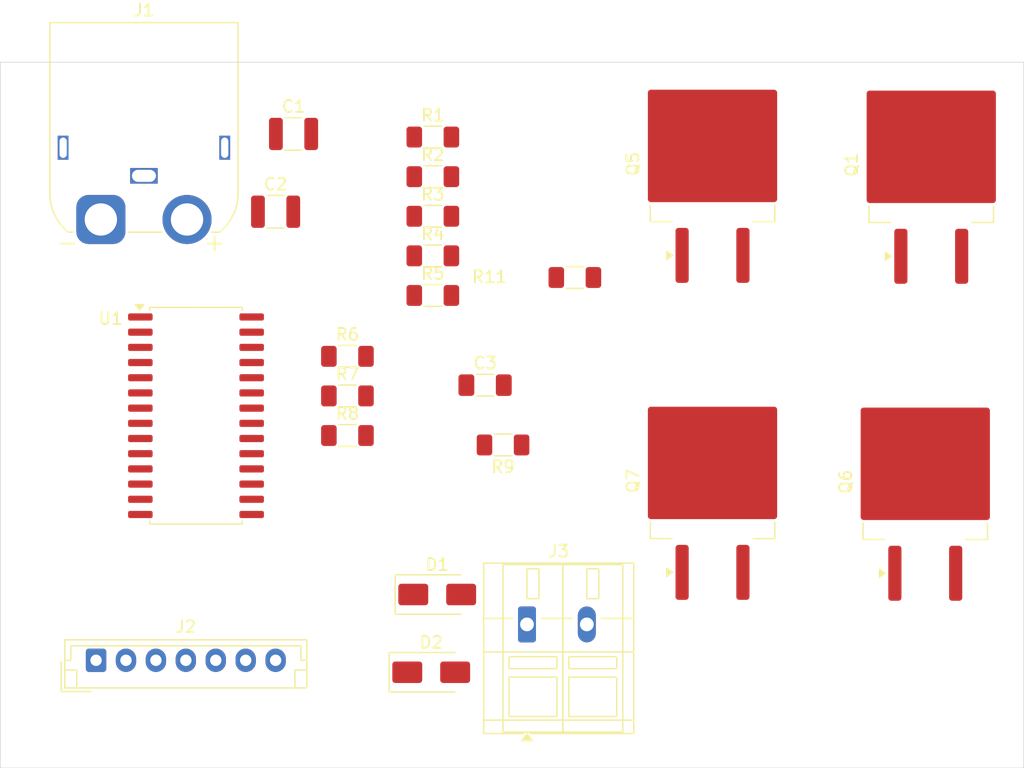
<source format=kicad_pcb>
(kicad_pcb (version 20241229) (generator "pcbnew") (generator_version "9.0")
  (layers (0 "F.Cu" signal) (2 "B.Cu" signal) (13 "F.Paste" user) (15 "B.Paste" user) (5 "F.SilkS" user "F.Silkscreen") (7 "B.SilkS" user "B.Silkscreen") (1 "F.Mask" user) (3 "B.Mask" user) (25 "Edge.Cuts" user))
  (net 0 "")
  (net 1 "/VB1")
  (net 2 "Net-(U1-VS1)")
  (net 3 "/VB2")
  (net 4 "Net-(U1-VS2)")
  (net 5 "GND")
  (net 6 "Net-(U1-RCIN)")
  (net 7 "Net-(D1-A)")
  (net 8 "Net-(D2-A)")
  (net 9 "MOTOR2")
  (net 10 "MOTOR1")
  (net 11 "Net-(U1-HO1)")
  (net 12 "HO1")
  (net 13 "Net-(U1-HO2)")
  (net 14 "HO2")
  (net 15 "Net-(U1-LO1)")
  (net 16 "LO1")
  (net 17 "Net-(U1-LO2)")
  (net 18 "LO2")
  (net 19 "+12V")
  (net 27 "LIN1")
  (net 29 "HIN2")
  (net 30 "HIN1")
  (net 31 "EN_Driver")
  (net 32 "LIN2")
  (net 33 "+48V")
  (footprint "Resistor_SMD:R_1206_3216Metric_Pad1.30x1.75mm_HandSolder" (layer "F.Cu") (at 147.5 75.09)
    (property "Reference" "R6" (at 0 -1.83 0) (layer "F.SilkS"))
    (property "Value" "5.1")
    (fp_line (start -0.727064 -0.91) (end 0.727064 -0.91) (stroke (width 0.12)) (layer "F.SilkS"))
    (fp_line (start -0.727064 0.91) (end 0.727064 0.91) (stroke (width 0.12)) (layer "F.SilkS"))
    (pad "1" smd roundrect (at -1.55 0) (size 1.3 1.75) (layers "F.Cu" "F.Mask" "F.Paste") (roundrect_rratio 0.192308) (net 19 "+12V"))
    (pad "2" smd roundrect (at 1.55 0) (size 1.3 1.75) (layers "F.Cu" "F.Mask" "F.Paste") (roundrect_rratio 0.192308) (net 8 "Net-(D2-A)"))
  )
  (footprint "Resistor_SMD:R_1206_3216Metric_Pad1.30x1.75mm_HandSolder" (layer "F.Cu") (at 154.635 66.69)
    (property "Reference" "R4" (at 0 -1.83 0) (layer "F.SilkS"))
    (property "Value" "10")
    (fp_line (start -0.727064 -0.91) (end 0.727064 -0.91) (stroke (width 0.12)) (layer "F.SilkS"))
    (fp_line (start -0.727064 0.91) (end 0.727064 0.91) (stroke (width 0.12)) (layer "F.SilkS"))
    (pad "1" smd roundrect (at -1.55 0) (size 1.3 1.75) (layers "F.Cu" "F.Mask" "F.Paste") (roundrect_rratio 0.192308) (net 18 "LO2"))
    (pad "2" smd roundrect (at 1.55 0) (size 1.3 1.75) (layers "F.Cu" "F.Mask" "F.Paste") (roundrect_rratio 0.192308) (net 17 "Net-(U1-LO2)"))
  )
  (footprint "Resistor_SMD:R_1206_3216Metric_Pad1.30x1.75mm_HandSolder" (layer "F.Cu") (at 160.5 82.5 180)
    (property "Reference" "R9" (at 0 -1.83 0) (layer "F.SilkS"))
    (property "Value" "1k")
    (fp_line (start -0.727064 0.91) (end 0.727064 0.91) (stroke (width 0.12)) (layer "F.SilkS"))
    (fp_line (start -0.727064 -0.91) (end 0.727064 -0.91) (stroke (width 0.12)) (layer "F.SilkS"))
    (pad "1" smd roundrect (at -1.55 0 180) (size 1.3 1.75) (layers "F.Cu" "F.Mask" "F.Paste") (roundrect_rratio 0.192308) (net 18 "LO2"))
    (pad "2" smd roundrect (at 1.55 0 180) (size 1.3 1.75) (layers "F.Cu" "F.Mask" "F.Paste") (roundrect_rratio 0.192308) (net 5 "GND"))
  )
  (footprint "Resistor_SMD:R_1206_3216Metric_Pad1.30x1.75mm_HandSolder" (layer "F.Cu") (at 154.635 56.76)
    (property "Reference" "R1" (at 0 -1.83 0) (layer "F.SilkS"))
    (property "Value" "10")
    (fp_line (start -0.727064 -0.91) (end 0.727064 -0.91) (stroke (width 0.12)) (layer "F.SilkS"))
    (fp_line (start -0.727064 0.91) (end 0.727064 0.91) (stroke (width 0.12)) (layer "F.SilkS"))
    (pad "1" smd roundrect (at -1.55 0) (size 1.3 1.75) (layers "F.Cu" "F.Mask" "F.Paste") (roundrect_rratio 0.192308) (net 12 "HO1"))
    (pad "2" smd roundrect (at 1.55 0) (size 1.3 1.75) (layers "F.Cu" "F.Mask" "F.Paste") (roundrect_rratio 0.192308) (net 11 "Net-(U1-HO1)"))
  )
  (footprint "TerminalBlock_WAGO:TerminalBlock_WAGO_236-102_1x02_P5.00mm_45Degree" (layer "F.Cu") (at 162.5 97.5)
    (property "Reference" "J3" (at 2.65 -6.12 0) (layer "F.SilkS"))
    (property "Value" "Conn_01x02_Pin")
    (fp_line (start -3.62 -5.12) (end 8.92 -5.12) (stroke (width 0.12)) (layer "F.SilkS"))
    (fp_line (start -3.62 -0.5) (end -1.23 -0.5) (stroke (width 0.12)) (layer "F.SilkS"))
    (fp_line (start -3.62 2.3) (end 8.92 2.3) (stroke (width 0.12)) (layer "F.SilkS"))
    (fp_line (start -3.62 8) (end 8.92 8) (stroke (width 0.12)) (layer "F.SilkS"))
    (fp_line (start -3.62 9.12) (end -3.62 -5.12) (stroke (width 0.12)) (layer "F.SilkS"))
    (fp_line (start -2 -5) (end 3 -5) (stroke (width 0.12)) (layer "F.SilkS"))
    (fp_line (start -2 9) (end -2 -5) (stroke (width 0.12)) (layer "F.SilkS"))
    (fp_line (start -1.5 2.7) (end 2.5 2.7) (stroke (width 0.12)) (layer "F.SilkS"))
    (fp_line (start -1.5 3.7) (end -1.5 2.7) (stroke (width 0.12)) (layer "F.SilkS"))
    (fp_line (start -1.5 4.4) (end 2.5 4.4) (stroke (width 0.12)) (layer "F.SilkS"))
    (fp_line (start -1.5 7.7) (end -1.5 4.4) (stroke (width 0.12)) (layer "F.SilkS"))
    (fp_line (start -0.3 9.12) (end -3.62 9.12) (stroke (width 0.12)) (layer "F.SilkS"))
    (fp_line (start 0 -4.65) (end 1 -4.65) (stroke (width 0.12)) (layer "F.SilkS"))
    (fp_line (start 0 -2.15) (end 0 -4.65) (stroke (width 0.12)) (layer "F.SilkS"))
    (fp_line (start 1 -4.65) (end 1 -2.15) (stroke (width 0.12)) (layer "F.SilkS"))
    (fp_line (start 1 -2.15) (end 0 -2.15) (stroke (width 0.12)) (layer "F.SilkS"))
    (fp_line (start 1.23 -0.5) (end 3.77 -0.5) (stroke (width 0.12)) (layer "F.SilkS"))
    (fp_line (start 2.5 2.7) (end 2.5 3.7) (stroke (width 0.12)) (layer "F.SilkS"))
    (fp_line (start 2.5 3.7) (end -1.5 3.7) (stroke (width 0.12)) (layer "F.SilkS"))
    (fp_line (start 2.5 4.4) (end 2.5 7.7) (stroke (width 0.12)) (layer "F.SilkS"))
    (fp_line (start 2.5 7.7) (end -1.5 7.7) (stroke (width 0.12)) (layer "F.SilkS"))
    (fp_line (start 3 -5) (end 3 9) (stroke (width 0.12)) (layer "F.SilkS"))
    (fp_line (start 3 -5) (end 8 -5) (stroke (width 0.12)) (layer "F.SilkS"))
    (fp_line (start 3 9) (end -2 9) (stroke (width 0.12)) (layer "F.SilkS"))
    (fp_line (start 3 9) (end 3 -5) (stroke (width 0.12)) (layer "F.SilkS"))
    (fp_line (start 3.5 2.7) (end 7.5 2.7) (stroke (width 0.12)) (layer "F.SilkS"))
    (fp_line (start 3.5 3.7) (end 3.5 2.7) (stroke (width 0.12)) (layer "F.SilkS"))
    (fp_line (start 3.5 4.4) (end 7.5 4.4) (stroke (width 0.12)) (layer "F.SilkS"))
    (fp_line (start 3.5 7.7) (end 3.5 4.4) (stroke (width 0.12)) (layer "F.SilkS"))
    (fp_line (start 5 -4.65) (end 6 -4.65) (stroke (width 0.12)) (layer "F.SilkS"))
    (fp_line (start 5 -2.15) (end 5 -4.65) (stroke (width 0.12)) (layer "F.SilkS"))
    (fp_line (start 6 -4.65) (end 6 -2.15) (stroke (width 0.12)) (layer "F.SilkS"))
    (fp_line (start 6 -2.15) (end 5 -2.15) (stroke (width 0.12)) (layer "F.SilkS"))
    (fp_line (start 6.23 -0.5) (end 8.92 -0.5) (stroke (width 0.12)) (layer "F.SilkS"))
    (fp_line (start 7.5 2.7) (end 7.5 3.7) (stroke (width 0.12)) (layer "F.SilkS"))
    (fp_line (start 7.5 3.7) (end 3.5 3.7) (stroke (width 0.12)) (layer "F.SilkS"))
    (fp_line (start 7.5 4.4) (end 7.5 7.7) (stroke (width 0.12)) (layer "F.SilkS"))
    (fp_line (start 7.5 7.7) (end 3.5 7.7) (stroke (width 0.12)) (layer "F.SilkS"))
    (fp_line (start 8 -5) (end 8 9) (stroke (width 0.12)) (layer "F.SilkS"))
    (fp_line (start 8 9) (end 3 9) (stroke (width 0.12)) (layer "F.SilkS"))
    (fp_line (start 8.92 -5.12) (end 8.92 9.12) (stroke (width 0.12)) (layer "F.SilkS"))
    (fp_line (start 8.92 9.12) (end 0.3 9.12) (stroke (width 0.12)) (layer "F.SilkS"))
    (fp_poly (pts (xy 0 9.12) (xy 0.44 9.73) (xy -0.44 9.73)) (stroke (width 0.12)) (fill yes) (layer "F.SilkS"))
    (pad "1" thru_hole roundrect (at 0 0) (size 1.5 3) (drill 1.15) (layers "*.Cu" "*.Mask") (roundrect_rratio 0.166667) (net 33 "+48V"))
    (pad "2" thru_hole oval (at 5 0) (size 1.5 3) (drill 1.15) (layers "*.Cu" "*.Mask") (net 5 "GND"))
  )
  (footprint "Connector_JST:JST_EH_B7B-EH-A_1x07_P2.50mm_Vertical" (layer "F.Cu") (at 126.5 100.5)
    (property "Reference" "J2" (at 7.5 -2.8 0) (layer "F.SilkS"))
    (property "Value" "Conn_01x07_Pin")
    (fp_line (start -2.91 0.11) (end -2.91 2.61) (stroke (width 0.12)) (layer "F.SilkS"))
    (fp_line (start -2.91 2.61) (end -0.41 2.61) (stroke (width 0.12)) (layer "F.SilkS"))
    (fp_line (start -2.61 -1.71) (end -2.61 2.31) (stroke (width 0.12)) (layer "F.SilkS"))
    (fp_line (start -2.61 0) (end -2.11 0) (stroke (width 0.12)) (layer "F.SilkS"))
    (fp_line (start -2.61 0.81) (end -1.61 0.81) (stroke (width 0.12)) (layer "F.SilkS"))
    (fp_line (start -2.61 2.31) (end 17.61 2.31) (stroke (width 0.12)) (layer "F.SilkS"))
    (fp_line (start -2.11 -1.21) (end 17.11 -1.21) (stroke (width 0.12)) (layer "F.SilkS"))
    (fp_line (start -2.11 0) (end -2.11 -1.21) (stroke (width 0.12)) (layer "F.SilkS"))
    (fp_line (start -1.61 0.81) (end -1.61 2.31) (stroke (width 0.12)) (layer "F.SilkS"))
    (fp_line (start 16.61 0.81) (end 16.61 2.31) (stroke (width 0.12)) (layer "F.SilkS"))
    (fp_line (start 17.11 -1.21) (end 17.11 0) (stroke (width 0.12)) (layer "F.SilkS"))
    (fp_line (start 17.11 0) (end 17.61 0) (stroke (width 0.12)) (layer "F.SilkS"))
    (fp_line (start 17.61 -1.71) (end -2.61 -1.71) (stroke (width 0.12)) (layer "F.SilkS"))
    (fp_line (start 17.61 0.81) (end 16.61 0.81) (stroke (width 0.12)) (layer "F.SilkS"))
    (fp_line (start 17.61 2.31) (end 17.61 -1.71) (stroke (width 0.12)) (layer "F.SilkS"))
    (pad "1" thru_hole roundrect (at 0 0) (size 1.7 1.95) (drill 0.95) (layers "*.Cu" "*.Mask") (roundrect_rratio 0.147059) (net 31 "EN_Driver"))
    (pad "2" thru_hole oval (at 2.5 0) (size 1.7 1.95) (drill 0.95) (layers "*.Cu" "*.Mask") (net 32 "LIN2"))
    (pad "3" thru_hole oval (at 5 0) (size 1.7 1.95) (drill 0.95) (layers "*.Cu" "*.Mask") (net 27 "LIN1"))
    (pad "4" thru_hole oval (at 7.5 0) (size 1.7 1.95) (drill 0.95) (layers "*.Cu" "*.Mask") (net 29 "HIN2"))
    (pad "5" thru_hole oval (at 10 0) (size 1.7 1.95) (drill 0.95) (layers "*.Cu" "*.Mask") (net 30 "HIN1"))
    (pad "6" thru_hole oval (at 12.5 0) (size 1.7 1.95) (drill 0.95) (layers "*.Cu" "*.Mask") (net 5 "GND"))
    (pad "7" thru_hole oval (at 15 0) (size 1.7 1.95) (drill 0.95) (layers "*.Cu" "*.Mask") (net 19 "+12V"))
  )
  (footprint "Package_TO_SOT_SMD:TO-263-2" (layer "F.Cu") (at 178 59 90)
    (property "Reference" "Q5" (at 0 -6.65 90) (layer "F.SilkS"))
    (property "Value" "IRF540N")
    (fp_line (start -3.46 -5.2) (end -4.825 -5.2) (stroke (width 0.12)) (layer "F.SilkS"))
    (fp_line (start -4.825 -5.2) (end -4.825 -3.39) (stroke (width 0.12)) (layer "F.SilkS"))
    (fp_line (start -3.46 5.2) (end -4.825 5.2) (stroke (width 0.12)) (layer "F.SilkS"))
    (fp_line (start -4.825 5.2) (end -4.825 3.39) (stroke (width 0.12)) (layer "F.SilkS"))
    (fp_poly (pts (xy -7.65 -3.35) (xy -7.99 -3.82) (xy -7.31 -3.82)) (stroke (width 0.12)) (fill yes) (layer "F.SilkS"))
    (pad "1" smd roundrect (at -7.65 -2.54 90) (size 4.6 1.1) (layers "F.Cu" "F.Mask" "F.Paste") (roundrect_rratio 0.227273) (net 14 "HO2"))
    (pad "2" smd roundrect (at 1.5 0 90) (size 9.4 10.8) (layers "F.Cu" "F.Mask") (roundrect_rratio 0.026596) (net 33 "+48V"))
    (pad "3" smd roundrect (at -7.65 2.54 90) (size 4.6 1.1) (layers "F.Cu" "F.Mask" "F.Paste") (roundrect_rratio 0.227273) (net 9 "MOTOR2"))
  )
  (footprint "Package_TO_SOT_SMD:TO-263-2" (layer "F.Cu") (at 178 85.5 90)
    (property "Reference" "Q7" (at 0 -6.65 90) (layer "F.SilkS"))
    (property "Value" "IRF540N")
    (fp_line (start -3.46 -5.2) (end -4.825 -5.2) (stroke (width 0.12)) (layer "F.SilkS"))
    (fp_line (start -4.825 -5.2) (end -4.825 -3.39) (stroke (width 0.12)) (layer "F.SilkS"))
    (fp_line (start -3.46 5.2) (end -4.825 5.2) (stroke (width 0.12)) (layer "F.SilkS"))
    (fp_line (start -4.825 5.2) (end -4.825 3.39) (stroke (width 0.12)) (layer "F.SilkS"))
    (fp_poly (pts (xy -7.65 -3.35) (xy -7.99 -3.82) (xy -7.31 -3.82)) (stroke (width 0.12)) (fill yes) (layer "F.SilkS"))
    (pad "1" smd roundrect (at -7.65 -2.54 90) (size 4.6 1.1) (layers "F.Cu" "F.Mask" "F.Paste") (roundrect_rratio 0.227273) (net 18 "LO2"))
    (pad "2" smd roundrect (at 1.5 0 90) (size 9.4 10.8) (layers "F.Cu" "F.Mask") (roundrect_rratio 0.026596) (net 9 "MOTOR2"))
    (pad "3" smd roundrect (at -7.65 2.54 90) (size 4.6 1.1) (layers "F.Cu" "F.Mask" "F.Paste") (roundrect_rratio 0.227273) (net 5 "GND"))
  )
  (footprint "Connector_AMASS:AMASS_XT60IPW-M_1x03_P7.20mm_Horizontal" (layer "F.Cu") (at 126.9 63.65)
    (property "Reference" "J1" (at 3.6 -17.5 0) (layer "F.SilkS"))
    (property "Value" "Conn_01x02_Pin")
    (fp_line (start -4.26 -16.46) (end -4.26 -2.15) (stroke (width 0.12)) (layer "F.SilkS"))
    (fp_line (start -4.26 -16.46) (end 11.46 -16.46) (stroke (width 0.12)) (layer "F.SilkS"))
    (fp_line (start -2.71 1.06) (end -2.31 1.06) (stroke (width 0.12)) (layer "F.SilkS"))
    (fp_line (start 2.31 1.06) (end 5.1 1.06) (stroke (width 0.12)) (layer "F.SilkS"))
    (fp_line (start 9.25 1.06) (end 9.92 1.06) (stroke (width 0.12)) (layer "F.SilkS"))
    (fp_line (start 11.46 -16.46) (end 11.46 -2.15) (stroke (width 0.12)) (layer "F.SilkS"))
    (fp_arc (start -2.718715 1.058395) (mid -3.854694 -0.370298) (end -4.26 -2.15) (stroke (width 0.12)) (layer "F.SilkS"))
    (fp_arc (start 11.46 -2.15) (mid 11.05498 -0.370894) (end 9.919747 1.057569) (stroke (width 0.12)) (layer "F.SilkS"))
    (fp_text user "-" (at -2.8 1.9 0) (layer "F.SilkS") (effects (font (size 1.5 1.5))))
    (fp_text user "+" (at 9.5 1.9 0) (layer "F.SilkS") (effects (font (size 1.5 1.5))))
    (pad "" thru_hole rect (at -3.15 -6) (size 0.9 2) (drill oval 0.6 1.7) (layers "*.Cu" "*.Mask"))
    (pad "" thru_hole rect (at 10.35 -6) (size 0.9 2) (drill oval 0.6 1.7) (layers "*.Cu" "*.Mask"))
    (pad "1" thru_hole roundrect (at 0 0) (size 4.1 4.1) (drill 2.7) (layers "*.Cu" "*.Mask") (net 10 "MOTOR1"))
    (pad "2" thru_hole circle (at 7.2 0) (size 4.1 4.1) (drill 2.7) (layers "*.Cu" "*.Mask") (net 9 "MOTOR2"))
    (pad "3" thru_hole rect (at 3.6 -3.65) (size 2.3 1.3) (drill oval 2 1) (layers "*.Cu" "*.Mask"))
  )
  (footprint "Resistor_SMD:R_1206_3216Metric_Pad1.30x1.75mm_HandSolder" (layer "F.Cu") (at 166.5 68.5)
    (property "Reference" "R11" (at -7.135 -0.05 0) (layer "F.SilkS"))
    (property "Value" "1k")
    (fp_line (start -0.727064 -0.91) (end 0.727064 -0.91) (stroke (width 0.12)) (layer "F.SilkS"))
    (fp_line (start -0.727064 0.91) (end 0.727064 0.91) (stroke (width 0.12)) (layer "F.SilkS"))
    (pad "1" smd roundrect (at -1.55 0) (size 1.3 1.75) (layers "F.Cu" "F.Mask" "F.Paste") (roundrect_rratio 0.192308) (net 12 "HO1"))
    (pad "2" smd roundrect (at 1.55 0) (size 1.3 1.75) (layers "F.Cu" "F.Mask" "F.Paste") (roundrect_rratio 0.192308) (net 10 "MOTOR1"))
  )
  (footprint "Diode_SMD:D_SMA" (layer "F.Cu") (at 155 95)
    (property "Reference" "D1" (at 0 -2.5 0) (layer "F.SilkS"))
    (property "Value" "SS110")
    (fp_line (start -3.51 -1.65) (end -3.51 1.65) (stroke (width 0.12)) (layer "F.SilkS"))
    (fp_line (start -3.51 -1.65) (end 2 -1.65) (stroke (width 0.12)) (layer "F.SilkS"))
    (fp_line (start -3.51 1.65) (end 2 1.65) (stroke (width 0.12)) (layer "F.SilkS"))
    (pad "1" smd roundrect (at -2 0) (size 2.5 1.8) (layers "F.Cu" "F.Mask" "F.Paste") (roundrect_rratio 0.1388888889) (net 1 "/VB1"))
    (pad "2" smd roundrect (at 2 0) (size 2.5 1.8) (layers "F.Cu" "F.Mask" "F.Paste") (roundrect_rratio 0.1388888889) (net 7 "Net-(D1-A)"))
  )
  (footprint "Package_SO:SOIC-28W_7.5x17.9mm_P1.27mm" (layer "F.Cu") (at 134.85 80.055)
    (property "Reference" "U1" (at -7.135 -8.12 0) (layer "F.SilkS"))
    (property "Value" "FAN7389MX1")
    (fp_line (start -3.86 -9.06) (end -3.86 -8.815) (stroke (width 0.12)) (layer "F.SilkS"))
    (fp_line (start -3.86 9.06) (end -3.86 8.815) (stroke (width 0.12)) (layer "F.SilkS"))
    (fp_line (start 0 -9.06) (end -3.86 -9.06) (stroke (width 0.12)) (layer "F.SilkS"))
    (fp_line (start 0 -9.06) (end 3.86 -9.06) (stroke (width 0.12)) (layer "F.SilkS"))
    (fp_line (start 0 9.06) (end -3.86 9.06) (stroke (width 0.12)) (layer "F.SilkS"))
    (fp_line (start 0 9.06) (end 3.86 9.06) (stroke (width 0.12)) (layer "F.SilkS"))
    (fp_line (start 3.86 -9.06) (end 3.86 -8.815) (stroke (width 0.12)) (layer "F.SilkS"))
    (fp_line (start 3.86 9.06) (end 3.86 8.815) (stroke (width 0.12)) (layer "F.SilkS"))
    (fp_poly (pts (xy -4.7125 -8.815) (xy -5.0525 -9.285) (xy -4.3725 -9.285)) (stroke (width 0.12)) (fill yes) (layer "F.SilkS"))
    (pad "1" smd roundrect (at -4.65 -8.255) (size 2.05 0.6) (layers "F.Cu" "F.Mask" "F.Paste") (net 19 "+12V"))
    (pad "2" smd roundrect (at -4.65 -6.985) (size 2.05 0.6) (layers "F.Cu" "F.Mask" "F.Paste") (net 30 "HIN1"))
    (pad "3" smd roundrect (at -4.65 -5.715) (size 2.05 0.6) (layers "F.Cu" "F.Mask" "F.Paste") (net 29 "HIN2"))
    (pad "4" smd roundrect (at -4.65 -4.445) (size 2.05 0.6) (layers "F.Cu" "F.Mask" "F.Paste") (net 5 "GND"))
    (pad "5" smd roundrect (at -4.65 -3.175) (size 2.05 0.6) (layers "F.Cu" "F.Mask" "F.Paste") (net 27 "LIN1"))
    (pad "6" smd roundrect (at -4.65 -1.905) (size 2.05 0.6) (layers "F.Cu" "F.Mask" "F.Paste") (net 32 "LIN2"))
    (pad "7" smd roundrect (at -4.65 -0.635) (size 2.05 0.6) (layers "F.Cu" "F.Mask" "F.Paste") (net 5 "GND"))
    (pad "8" smd roundrect (at -4.65 0.635) (size 2.05 0.6) (layers "F.Cu" "F.Mask" "F.Paste"))
    (pad "9" smd roundrect (at -4.65 1.905) (size 2.05 0.6) (layers "F.Cu" "F.Mask" "F.Paste") (net 5 "GND"))
    (pad "10" smd roundrect (at -4.65 3.175) (size 2.05 0.6) (layers "F.Cu" "F.Mask" "F.Paste") (net 31 "EN_Driver"))
    (pad "11" smd roundrect (at -4.65 4.445) (size 2.05 0.6) (layers "F.Cu" "F.Mask" "F.Paste") (net 6 "Net-(U1-RCIN)"))
    (pad "12" smd roundrect (at -4.65 5.715) (size 2.05 0.6) (layers "F.Cu" "F.Mask" "F.Paste") (net 5 "GND"))
    (pad "13" smd roundrect (at -4.65 6.985) (size 2.05 0.6) (layers "F.Cu" "F.Mask" "F.Paste") (net 5 "GND"))
    (pad "14" smd roundrect (at -4.65 8.255) (size 2.05 0.6) (layers "F.Cu" "F.Mask" "F.Paste"))
    (pad "15" smd roundrect (at 4.65 8.255) (size 2.05 0.6) (layers "F.Cu" "F.Mask" "F.Paste") (net 17 "Net-(U1-LO2)"))
    (pad "16" smd roundrect (at 4.65 6.985) (size 2.05 0.6) (layers "F.Cu" "F.Mask" "F.Paste") (net 15 "Net-(U1-LO1)"))
    (pad "17" smd roundrect (at 4.65 5.715) (size 2.05 0.6) (layers "F.Cu" "F.Mask" "F.Paste"))
    (pad "18" smd roundrect (at 4.65 4.445) (size 2.05 0.6) (layers "F.Cu" "F.Mask" "F.Paste"))
    (pad "19" smd roundrect (at 4.65 3.175) (size 2.05 0.6) (layers "F.Cu" "F.Mask" "F.Paste"))
    (pad "20" smd roundrect (at 4.65 1.905) (size 2.05 0.6) (layers "F.Cu" "F.Mask" "F.Paste"))
    (pad "21" smd roundrect (at 4.65 0.635) (size 2.05 0.6) (layers "F.Cu" "F.Mask" "F.Paste"))
    (pad "22" smd roundrect (at 4.65 -0.635) (size 2.05 0.6) (layers "F.Cu" "F.Mask" "F.Paste") (net 4 "Net-(U1-VS2)"))
    (pad "23" smd roundrect (at 4.65 -1.905) (size 2.05 0.6) (layers "F.Cu" "F.Mask" "F.Paste") (net 13 "Net-(U1-HO2)"))
    (pad "24" smd roundrect (at 4.65 -3.175) (size 2.05 0.6) (layers "F.Cu" "F.Mask" "F.Paste") (net 3 "/VB2"))
    (pad "25" smd roundrect (at 4.65 -4.445) (size 2.05 0.6) (layers "F.Cu" "F.Mask" "F.Paste"))
    (pad "26" smd roundrect (at 4.65 -5.715) (size 2.05 0.6) (layers "F.Cu" "F.Mask" "F.Paste") (net 2 "Net-(U1-VS1)"))
    (pad "27" smd roundrect (at 4.65 -6.985) (size 2.05 0.6) (layers "F.Cu" "F.Mask" "F.Paste") (net 11 "Net-(U1-HO1)"))
    (pad "28" smd roundrect (at 4.65 -8.255) (size 2.05 0.6) (layers "F.Cu" "F.Mask" "F.Paste") (net 1 "/VB1"))
  )
  (footprint "Resistor_SMD:R_1206_3216Metric_Pad1.30x1.75mm_HandSolder" (layer "F.Cu") (at 147.5 78.4)
    (property "Reference" "R7" (at 0 -1.83 0) (layer "F.SilkS"))
    (property "Value" "1k")
    (fp_line (start -0.727064 -0.91) (end 0.727064 -0.91) (stroke (width 0.12)) (layer "F.SilkS"))
    (fp_line (start -0.727064 0.91) (end 0.727064 0.91) (stroke (width 0.12)) (layer "F.SilkS"))
    (pad "1" smd roundrect (at -1.55 0) (size 1.3 1.75) (layers "F.Cu" "F.Mask" "F.Paste") (roundrect_rratio 0.192308) (net 14 "HO2"))
    (pad "2" smd roundrect (at 1.55 0) (size 1.3 1.75) (layers "F.Cu" "F.Mask" "F.Paste") (roundrect_rratio 0.192308) (net 9 "MOTOR2"))
  )
  (footprint "Package_TO_SOT_SMD:TO-263-2" (layer "F.Cu") (at 195.775 85.575 90)
    (property "Reference" "Q6" (at 0 -6.65 90) (layer "F.SilkS"))
    (property "Value" "IRF540N")
    (fp_line (start -3.46 -5.2) (end -4.825 -5.2) (stroke (width 0.12)) (layer "F.SilkS"))
    (fp_line (start -4.825 -5.2) (end -4.825 -3.39) (stroke (width 0.12)) (layer "F.SilkS"))
    (fp_line (start -3.46 5.2) (end -4.825 5.2) (stroke (width 0.12)) (layer "F.SilkS"))
    (fp_line (start -4.825 5.2) (end -4.825 3.39) (stroke (width 0.12)) (layer "F.SilkS"))
    (fp_poly (pts (xy -7.65 -3.35) (xy -7.99 -3.82) (xy -7.31 -3.82)) (stroke (width 0.12)) (fill yes) (layer "F.SilkS"))
    (pad "1" smd roundrect (at -7.65 -2.54 90) (size 4.6 1.1) (layers "F.Cu" "F.Mask" "F.Paste") (roundrect_rratio 0.227273) (net 16 "LO1"))
    (pad "2" smd roundrect (at 1.5 0 90) (size 9.4 10.8) (layers "F.Cu" "F.Mask") (roundrect_rratio 0.026596) (net 10 "MOTOR1"))
    (pad "3" smd roundrect (at -7.65 2.54 90) (size 4.6 1.1) (layers "F.Cu" "F.Mask" "F.Paste") (roundrect_rratio 0.227273) (net 5 "GND"))
  )
  (footprint "Resistor_SMD:R_1206_3216Metric_Pad1.30x1.75mm_HandSolder" (layer "F.Cu") (at 154.635 63.38)
    (property "Reference" "R3" (at 0 -1.83 0) (layer "F.SilkS"))
    (property "Value" "10")
    (fp_line (start -0.727064 -0.91) (end 0.727064 -0.91) (stroke (width 0.12)) (layer "F.SilkS"))
    (fp_line (start -0.727064 0.91) (end 0.727064 0.91) (stroke (width 0.12)) (layer "F.SilkS"))
    (pad "1" smd roundrect (at -1.55 0) (size 1.3 1.75) (layers "F.Cu" "F.Mask" "F.Paste") (roundrect_rratio 0.192308) (net 16 "LO1"))
    (pad "2" smd roundrect (at 1.55 0) (size 1.3 1.75) (layers "F.Cu" "F.Mask" "F.Paste") (roundrect_rratio 0.192308) (net 15 "Net-(U1-LO1)"))
  )
  (footprint "Resistor_SMD:R_1206_3216Metric_Pad1.30x1.75mm_HandSolder" (layer "F.Cu") (at 154.635 70)
    (property "Reference" "R5" (at 0 -1.83 0) (layer "F.SilkS"))
    (property "Value" "5.1")
    (fp_line (start -0.727064 -0.91) (end 0.727064 -0.91) (stroke (width 0.12)) (layer "F.SilkS"))
    (fp_line (start -0.727064 0.91) (end 0.727064 0.91) (stroke (width 0.12)) (layer "F.SilkS"))
    (pad "1" smd roundrect (at -1.55 0) (size 1.3 1.75) (layers "F.Cu" "F.Mask" "F.Paste") (roundrect_rratio 0.192308) (net 19 "+12V"))
    (pad "2" smd roundrect (at 1.55 0) (size 1.3 1.75) (layers "F.Cu" "F.Mask" "F.Paste") (roundrect_rratio 0.192308) (net 7 "Net-(D1-A)"))
  )
  (footprint "Capacitor_SMD:C_1210_3225Metric" (layer "F.Cu") (at 143 56.5)
    (property "Reference" "C1" (at 0 -2.3 0) (layer "F.SilkS"))
    (property "Value" "1u")
    (fp_line (start -0.711252 -1.36) (end 0.711252 -1.36) (stroke (width 0.12)) (layer "F.SilkS"))
    (fp_line (start -0.711252 1.36) (end 0.711252 1.36) (stroke (width 0.12)) (layer "F.SilkS"))
    (pad "1" smd roundrect (at -1.475 0) (size 1.15 2.7) (layers "F.Cu" "F.Mask" "F.Paste") (roundrect_rratio 0.217391) (net 1 "/VB1"))
    (pad "2" smd roundrect (at 1.475 0) (size 1.15 2.7) (layers "F.Cu" "F.Mask" "F.Paste") (roundrect_rratio 0.217391) (net 2 "Net-(U1-VS1)"))
  )
  (footprint "Diode_SMD:D_SMA" (layer "F.Cu") (at 154.5 101.5)
    (property "Reference" "D2" (at 0 -2.5 0) (layer "F.SilkS"))
    (property "Value" "SS110")
    (fp_line (start -3.51 -1.65) (end -3.51 1.65) (stroke (width 0.12)) (layer "F.SilkS"))
    (fp_line (start -3.51 -1.65) (end 2 -1.65) (stroke (width 0.12)) (layer "F.SilkS"))
    (fp_line (start -3.51 1.65) (end 2 1.65) (stroke (width 0.12)) (layer "F.SilkS"))
    (pad "1" smd roundrect (at -2 0) (size 2.5 1.8) (layers "F.Cu" "F.Mask" "F.Paste") (roundrect_rratio 0.1388888889) (net 3 "/VB2"))
    (pad "2" smd roundrect (at 2 0) (size 2.5 1.8) (layers "F.Cu" "F.Mask" "F.Paste") (roundrect_rratio 0.1388888889) (net 8 "Net-(D2-A)"))
  )
  (footprint "Resistor_SMD:R_1206_3216Metric_Pad1.30x1.75mm_HandSolder" (layer "F.Cu") (at 147.5 81.71)
    (property "Reference" "R8" (at 0 -1.83 0) (layer "F.SilkS"))
    (property "Value" "1k")
    (fp_line (start -0.727064 -0.91) (end 0.727064 -0.91) (stroke (width 0.12)) (layer "F.SilkS"))
    (fp_line (start -0.727064 0.91) (end 0.727064 0.91) (stroke (width 0.12)) (layer "F.SilkS"))
    (pad "1" smd roundrect (at -1.55 0) (size 1.3 1.75) (layers "F.Cu" "F.Mask" "F.Paste") (roundrect_rratio 0.192308) (net 16 "LO1"))
    (pad "2" smd roundrect (at 1.55 0) (size 1.3 1.75) (layers "F.Cu" "F.Mask" "F.Paste") (roundrect_rratio 0.192308) (net 5 "GND"))
  )
  (footprint "Package_TO_SOT_SMD:TO-263-2" (layer "F.Cu") (at 196.275 59.075 90)
    (property "Reference" "Q1" (at 0 -6.65 90) (layer "F.SilkS"))
    (property "Value" "IRF540N")
    (fp_line (start -3.46 -5.2) (end -4.825 -5.2) (stroke (width 0.12)) (layer "F.SilkS"))
    (fp_line (start -4.825 -5.2) (end -4.825 -3.39) (stroke (width 0.12)) (layer "F.SilkS"))
    (fp_line (start -3.46 5.2) (end -4.825 5.2) (stroke (width 0.12)) (layer "F.SilkS"))
    (fp_line (start -4.825 5.2) (end -4.825 3.39) (stroke (width 0.12)) (layer "F.SilkS"))
    (fp_poly (pts (xy -7.65 -3.35) (xy -7.99 -3.82) (xy -7.31 -3.82)) (stroke (width 0.12)) (fill yes) (layer "F.SilkS"))
    (pad "1" smd roundrect (at -7.65 -2.54 90) (size 4.6 1.1) (layers "F.Cu" "F.Mask" "F.Paste") (roundrect_rratio 0.227273) (net 12 "HO1"))
    (pad "2" smd roundrect (at 1.5 0 90) (size 9.4 10.8) (layers "F.Cu" "F.Mask") (roundrect_rratio 0.026596) (net 33 "+48V"))
    (pad "3" smd roundrect (at -7.65 2.54 90) (size 4.6 1.1) (layers "F.Cu" "F.Mask" "F.Paste") (roundrect_rratio 0.227273) (net 10 "MOTOR1"))
  )
  (footprint "Capacitor_SMD:C_1210_3225Metric" (layer "F.Cu") (at 141.5 63)
    (property "Reference" "C2" (at 0 -2.3 0) (layer "F.SilkS"))
    (property "Value" "1u")
    (fp_line (start -0.711252 -1.36) (end 0.711252 -1.36) (stroke (width 0.12)) (layer "F.SilkS"))
    (fp_line (start -0.711252 1.36) (end 0.711252 1.36) (stroke (width 0.12)) (layer "F.SilkS"))
    (pad "1" smd roundrect (at -1.475 0) (size 1.15 2.7) (layers "F.Cu" "F.Mask" "F.Paste") (roundrect_rratio 0.217391) (net 3 "/VB2"))
    (pad "2" smd roundrect (at 1.475 0) (size 1.15 2.7) (layers "F.Cu" "F.Mask" "F.Paste") (roundrect_rratio 0.217391) (net 4 "Net-(U1-VS2)"))
  )
  (footprint "Resistor_SMD:R_1206_3216Metric_Pad1.30x1.75mm_HandSolder" (layer "F.Cu") (at 154.635 60.07)
    (property "Reference" "R2" (at 0 -1.83 0) (layer "F.SilkS"))
    (property "Value" "10")
    (fp_line (start -0.727064 -0.91) (end 0.727064 -0.91) (stroke (width 0.12)) (layer "F.SilkS"))
    (fp_line (start -0.727064 0.91) (end 0.727064 0.91) (stroke (width 0.12)) (layer "F.SilkS"))
    (pad "1" smd roundrect (at -1.55 0) (size 1.3 1.75) (layers "F.Cu" "F.Mask" "F.Paste") (roundrect_rratio 0.192308) (net 14 "HO2"))
    (pad "2" smd roundrect (at 1.55 0) (size 1.3 1.75) (layers "F.Cu" "F.Mask" "F.Paste") (roundrect_rratio 0.192308) (net 13 "Net-(U1-HO2)"))
  )
  (footprint "Capacitor_SMD:C_1206_3216Metric_Pad1.33x1.80mm_HandSolder" (layer "F.Cu") (at 159 77.5)
    (property "Reference" "C3" (at 0 -1.85 0) (layer "F.SilkS"))
    (property "Value" "5n")
    (fp_line (start -0.711252 -0.91) (end 0.711252 -0.91) (stroke (width 0.12)) (layer "F.SilkS"))
    (fp_line (start -0.711252 0.91) (end 0.711252 0.91) (stroke (width 0.12)) (layer "F.SilkS"))
    (pad "1" smd roundrect (at -1.5625 0) (size 1.325 1.8) (layers "F.Cu" "F.Mask" "F.Paste") (roundrect_rratio 0.188679) (net 6 "Net-(U1-RCIN)"))
    (pad "2" smd roundrect (at 1.5625 0) (size 1.325 1.8) (layers "F.Cu" "F.Mask" "F.Paste") (roundrect_rratio 0.188679) (net 5 "GND"))
  )
  (gr_rect (start 118.5 50.5) (end 204 109.5) (stroke (width 0.05)) (fill no) (layer "Edge.Cuts"))
)
</source>
